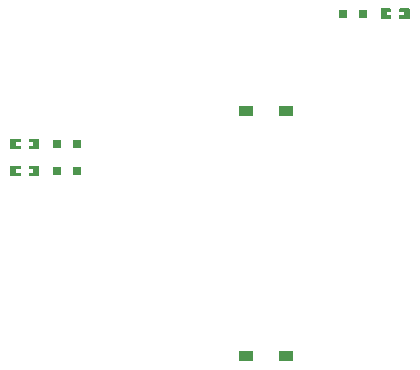
<source format=gtp>
G04 Layer: TopPasteMaskLayer*
G04 Panelize: , Column: 2, Row: 2, Board Size: 58.42mm x 58.42mm, Panelized Board Size: 118.84mm x 118.84mm*
G04 EasyEDA v6.5.34, 2023-10-08 21:00:45*
G04 4a59fedaa2674353ae30dd207b49eca9,5a6b42c53f6a479593ecc07194224c93,10*
G04 Gerber Generator version 0.2*
G04 Scale: 100 percent, Rotated: No, Reflected: No *
G04 Dimensions in millimeters *
G04 leading zeros omitted , absolute positions ,4 integer and 5 decimal *
%FSLAX45Y45*%
%MOMM*%

%ADD10R,0.8000X0.8000*%
%ADD11R,1.2000X0.9500*%

%LPD*%
G36*
X1131722Y4591608D02*
G01*
X1126693Y4586579D01*
X1126693Y4563821D01*
X1163726Y4563821D01*
X1163726Y4530801D01*
X1126693Y4530801D01*
X1126693Y4506620D01*
X1131722Y4501591D01*
X1211681Y4501591D01*
X1216710Y4506620D01*
X1216710Y4586579D01*
X1211681Y4591608D01*
G37*
G36*
X972718Y4591608D02*
G01*
X967689Y4586579D01*
X967689Y4506620D01*
X972718Y4501591D01*
X1051712Y4501591D01*
X1056690Y4506620D01*
X1056690Y4530801D01*
X1018692Y4530801D01*
X1018692Y4563821D01*
X1056690Y4563821D01*
X1056690Y4586579D01*
X1051712Y4591608D01*
G37*
G36*
X1131722Y4363008D02*
G01*
X1126693Y4357979D01*
X1126693Y4335221D01*
X1163726Y4335221D01*
X1163726Y4302201D01*
X1126693Y4302201D01*
X1126693Y4278020D01*
X1131722Y4272991D01*
X1211681Y4272991D01*
X1216710Y4278020D01*
X1216710Y4357979D01*
X1211681Y4363008D01*
G37*
G36*
X972718Y4363008D02*
G01*
X967689Y4357979D01*
X967689Y4278020D01*
X972718Y4272991D01*
X1051712Y4272991D01*
X1056690Y4278020D01*
X1056690Y4302201D01*
X1018692Y4302201D01*
X1018692Y4335221D01*
X1056690Y4335221D01*
X1056690Y4357979D01*
X1051712Y4363008D01*
G37*
G36*
X4268622Y5696508D02*
G01*
X4263593Y5691479D01*
X4263593Y5668721D01*
X4300575Y5668721D01*
X4300575Y5635701D01*
X4263593Y5635701D01*
X4263593Y5611520D01*
X4268622Y5606491D01*
X4348581Y5606491D01*
X4353610Y5611520D01*
X4353610Y5691479D01*
X4348581Y5696508D01*
G37*
G36*
X4109618Y5696508D02*
G01*
X4104589Y5691479D01*
X4104589Y5611520D01*
X4109618Y5606491D01*
X4188612Y5606491D01*
X4193590Y5611520D01*
X4193590Y5635701D01*
X4155592Y5635701D01*
X4155592Y5668721D01*
X4193590Y5668721D01*
X4193590Y5691479D01*
X4188612Y5696508D01*
G37*
D10*
G01*
X1362710Y4546600D03*
G01*
X1532889Y4546600D03*
G01*
X1362710Y4318000D03*
G01*
X1532889Y4318000D03*
G01*
X3958590Y5651500D03*
G01*
X3788409Y5651500D03*
D11*
G01*
X3306902Y2755900D03*
G01*
X2966897Y2755900D03*
G01*
X3306902Y4826000D03*
G01*
X2966897Y4826000D03*
M02*

</source>
